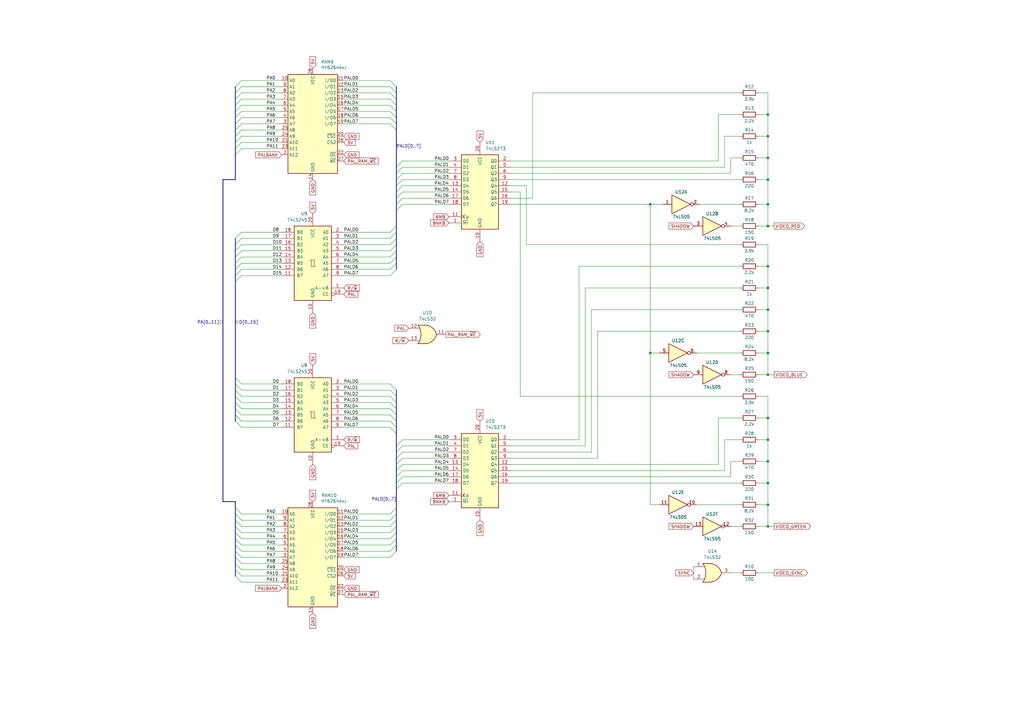
<source format=kicad_sch>
(kicad_sch (version 20250114) (generator "eeschema") (generator_version "9.0")
  (paper "A3")
  (title_block (title "NEO-MVH MV1FZS") (date "2025-10-13") (comment 1 "Not official schematic from SNK") (comment 2 "Use at your own discretion"))
  (lib_symbols
    (symbol "74xx:74LS05" (pin_names (offset 1.016))
      (property "Reference" "U" (at 0 1.27 0))
      (property "Value" "74LS05" (at 0 -1.27 0))
      (symbol "74LS05_1_0"
        (polyline (pts (xy -3.81 3.81) (xy -3.81 -3.81) (xy 3.81 0) (xy -3.81 3.81)) (stroke (width 0.254)) (fill (type background)))
        (pin input line (at -7.62 0 0) (length 3.81) (name "~") (number "1"))
        (pin open_collector inverted (at 7.62 0 180) (length 3.81) (name "~") (number "2"))
      )
      (symbol "74LS05_2_0"
        (polyline (pts (xy -3.81 3.81) (xy -3.81 -3.81) (xy 3.81 0) (xy -3.81 3.81)) (stroke (width 0.254)) (fill (type background)))
        (pin input line (at -7.62 0 0) (length 3.81) (name "~") (number "3"))
        (pin open_collector inverted (at 7.62 0 180) (length 3.81) (name "~") (number "4"))
      )
      (symbol "74LS05_3_0"
        (polyline (pts (xy -3.81 3.81) (xy -3.81 -3.81) (xy 3.81 0) (xy -3.81 3.81)) (stroke (width 0.254)) (fill (type background)))
        (pin input line (at -7.62 0 0) (length 3.81) (name "~") (number "5"))
        (pin open_collector inverted (at 7.62 0 180) (length 3.81) (name "~") (number "6"))
      )
      (symbol "74LS05_4_0"
        (polyline (pts (xy -3.81 3.81) (xy -3.81 -3.81) (xy 3.81 0) (xy -3.81 3.81)) (stroke (width 0.254)) (fill (type background)))
        (pin input line (at -7.62 0 0) (length 3.81) (name "~") (number "9"))
        (pin open_collector inverted (at 7.62 0 180) (length 3.81) (name "~") (number "8"))
      )
      (symbol "74LS05_5_0"
        (polyline (pts (xy -3.81 3.81) (xy -3.81 -3.81) (xy 3.81 0) (xy -3.81 3.81)) (stroke (width 0.254)) (fill (type background)))
        (pin input line (at -7.62 0 0) (length 3.81) (name "~") (number "11"))
        (pin open_collector inverted (at 7.62 0 180) (length 3.81) (name "~") (number "10"))
      )
      (symbol "74LS05_6_0"
        (polyline (pts (xy -3.81 3.81) (xy -3.81 -3.81) (xy 3.81 0) (xy -3.81 3.81)) (stroke (width 0.254)) (fill (type background)))
        (pin input line (at -7.62 0 0) (length 3.81) (name "~") (number "13"))
        (pin open_collector inverted (at 7.62 0 180) (length 3.81) (name "~") (number "12"))
      )
      (symbol "74LS05_7_0"
        (pin power_in line (at 0 12.7 270) (length 5.08) (name "VCC") (number "14"))
        (pin power_in line (at 0 -12.7 90) (length 5.08) (name "GND") (number "7"))
      )
      (symbol "74LS05_7_1"
        (rectangle (start -5.08 7.62) (end 5.08 -7.62) (stroke (width 0.254)) (fill (type background)))
      )
    )
    (symbol "74xx:74LS245" (pin_names (offset 1.016))
      (property "Reference" "U" (at -7.62 16.51 0))
      (property "Value" "74LS245" (at -7.62 -16.51 0))
      (symbol "74LS245_1_0"
        (polyline (pts (xy -1.27 -1.27) (xy 0.635 -1.27) (xy 0.635 1.27) (xy 1.27 1.27)))
        (polyline (pts (xy -0.635 -1.27) (xy -0.635 1.27) (xy 0.635 1.27)))
        (pin tri_state line (at -12.7 12.7 0) (length 5.08) (name "A0") (number "2"))
        (pin tri_state line (at -12.7 10.16 0) (length 5.08) (name "A1") (number "3"))
        (pin tri_state line (at -12.7 7.62 0) (length 5.08) (name "A2") (number "4"))
        (pin tri_state line (at -12.7 5.08 0) (length 5.08) (name "A3") (number "5"))
        (pin tri_state line (at -12.7 2.54 0) (length 5.08) (name "A4") (number "6"))
        (pin tri_state line (at -12.7 0 0) (length 5.08) (name "A5") (number "7"))
        (pin tri_state line (at -12.7 -2.54 0) (length 5.08) (name "A6") (number "8"))
        (pin tri_state line (at -12.7 -5.08 0) (length 5.08) (name "A7") (number "9"))
        (pin input line (at -12.7 -10.16 0) (length 5.08) (name "A->B") (number "1"))
        (pin input inverted (at -12.7 -12.7 0) (length 5.08) (name "CE") (number "19"))
        (pin power_in line (at 0 20.32 270) (length 5.08) (name "VCC") (number "20"))
        (pin power_in line (at 0 -20.32 90) (length 5.08) (name "GND") (number "10"))
        (pin tri_state line (at 12.7 12.7 180) (length 5.08) (name "B0") (number "18"))
        (pin tri_state line (at 12.7 10.16 180) (length 5.08) (name "B1") (number "17"))
        (pin tri_state line (at 12.7 7.62 180) (length 5.08) (name "B2") (number "16"))
        (pin tri_state line (at 12.7 5.08 180) (length 5.08) (name "B3") (number "15"))
        (pin tri_state line (at 12.7 2.54 180) (length 5.08) (name "B4") (number "14"))
        (pin tri_state line (at 12.7 0 180) (length 5.08) (name "B5") (number "13"))
        (pin tri_state line (at 12.7 -2.54 180) (length 5.08) (name "B6") (number "12"))
        (pin tri_state line (at 12.7 -5.08 180) (length 5.08) (name "B7") (number "11"))
      )
      (symbol "74LS245_1_1"
        (rectangle (start -7.62 15.24) (end 7.62 -15.24) (stroke (width 0.254)) (fill (type background)))
      )
    )
    (symbol "74xx:74LS273"
      (property "Reference" "U" (at -7.62 16.51 0))
      (property "Value" "74LS273" (at -7.62 -16.51 0))
      (symbol "74LS273_1_0"
        (pin input line (at -12.7 12.7 0) (length 5.08) (name "D0") (number "3"))
        (pin input line (at -12.7 10.16 0) (length 5.08) (name "D1") (number "4"))
        (pin input line (at -12.7 7.62 0) (length 5.08) (name "D2") (number "7"))
        (pin input line (at -12.7 5.08 0) (length 5.08) (name "D3") (number "8"))
        (pin input line (at -12.7 2.54 0) (length 5.08) (name "D4") (number "13"))
        (pin input line (at -12.7 0 0) (length 5.08) (name "D5") (number "14"))
        (pin input line (at -12.7 -2.54 0) (length 5.08) (name "D6") (number "17"))
        (pin input line (at -12.7 -5.08 0) (length 5.08) (name "D7") (number "18"))
        (pin input clock (at -12.7 -10.16 0) (length 5.08) (name "Cp") (number "11"))
        (pin input line (at -12.7 -12.7 0) (length 5.08) (name "~{Mr}") (number "1"))
        (pin power_in line (at 0 20.32 270) (length 5.08) (name "VCC") (number "20"))
        (pin power_in line (at 0 -20.32 90) (length 5.08) (name "GND") (number "10"))
        (pin output line (at 12.7 12.7 180) (length 5.08) (name "Q0") (number "2"))
        (pin output line (at 12.7 10.16 180) (length 5.08) (name "Q1") (number "5"))
        (pin output line (at 12.7 7.62 180) (length 5.08) (name "Q2") (number "6"))
        (pin output line (at 12.7 5.08 180) (length 5.08) (name "Q3") (number "9"))
        (pin output line (at 12.7 2.54 180) (length 5.08) (name "Q4") (number "12"))
        (pin output line (at 12.7 0 180) (length 5.08) (name "Q5") (number "15"))
        (pin output line (at 12.7 -2.54 180) (length 5.08) (name "Q6") (number "16"))
        (pin output line (at 12.7 -5.08 180) (length 5.08) (name "Q7") (number "19"))
      )
      (symbol "74LS273_1_1"
        (rectangle (start -7.62 15.24) (end 7.62 -15.24) (stroke (width 0.254)) (fill (type background)))
      )
    )
    (symbol "74xx:74LS32" (pin_names (offset 1.016))
      (property "Reference" "U" (at 0 1.27 0))
      (property "Value" "74LS32" (at 0 -1.27 0))
      (symbol "74LS32_1_1"
        (arc (start -3.81 3.81) (mid -2.589 0) (end -3.81 -3.81) (stroke (width 0.254)))
        (polyline (pts (xy -3.81 3.81) (xy -0.635 3.81)) (stroke (width 0.254)) (fill (type background)))
        (polyline (pts (xy -3.81 -3.81) (xy -0.635 -3.81)) (stroke (width 0.254)) (fill (type background)))
        (arc (start 3.81 0) (mid 2.1855 -2.584) (end -0.6096 -3.81) (stroke (width 0.254)) (fill (type background)))
        (arc (start -0.6096 3.81) (mid 2.1928 2.5924) (end 3.81 0) (stroke (width 0.254)) (fill (type background)))
        (polyline (pts (xy -0.635 3.81) (xy -3.81 3.81) (xy -3.81 3.81) (xy -3.556 3.4036) (xy -3.0226 2.2606) (xy -2.6924 1.0414) (xy -2.6162 -0.254) (xy -2.7686 -1.4986) (xy -3.175 -2.7178) (xy -3.81 -3.81) (xy -3.81 -3.81) (xy -0.635 -3.81)) (stroke (width -25.4)) (fill (type background)))
        (pin input line (at -7.62 2.54 0) (length 4.318) (name "~") (number "1"))
        (pin input line (at -7.62 -2.54 0) (length 4.318) (name "~") (number "2"))
        (pin output line (at 7.62 0 180) (length 3.81) (name "~") (number "3"))
      )
      (symbol "74LS32_1_2"
        (arc (start 0 3.81) (mid 3.7934 0) (end 0 -3.81) (stroke (width 0.254)) (fill (type background)))
        (polyline (pts (xy 0 3.81) (xy -3.81 3.81) (xy -3.81 -3.81) (xy 0 -3.81)) (stroke (width 0.254)) (fill (type background)))
        (pin input inverted (at -7.62 2.54 0) (length 3.81) (name "~") (number "1"))
        (pin input inverted (at -7.62 -2.54 0) (length 3.81) (name "~") (number "2"))
        (pin output inverted (at 7.62 0 180) (length 3.81) (name "~") (number "3"))
      )
      (symbol "74LS32_2_1"
        (arc (start -3.81 3.81) (mid -2.589 0) (end -3.81 -3.81) (stroke (width 0.254)))
        (polyline (pts (xy -3.81 3.81) (xy -0.635 3.81)) (stroke (width 0.254)) (fill (type background)))
        (polyline (pts (xy -3.81 -3.81) (xy -0.635 -3.81)) (stroke (width 0.254)) (fill (type background)))
        (arc (start 3.81 0) (mid 2.1855 -2.584) (end -0.6096 -3.81) (stroke (width 0.254)) (fill (type background)))
        (arc (start -0.6096 3.81) (mid 2.1928 2.5924) (end 3.81 0) (stroke (width 0.254)) (fill (type background)))
        (polyline (pts (xy -0.635 3.81) (xy -3.81 3.81) (xy -3.81 3.81) (xy -3.556 3.4036) (xy -3.0226 2.2606) (xy -2.6924 1.0414) (xy -2.6162 -0.254) (xy -2.7686 -1.4986) (xy -3.175 -2.7178) (xy -3.81 -3.81) (xy -3.81 -3.81) (xy -0.635 -3.81)) (stroke (width -25.4)) (fill (type background)))
        (pin input line (at -7.62 2.54 0) (length 4.318) (name "~") (number "4"))
        (pin input line (at -7.62 -2.54 0) (length 4.318) (name "~") (number "5"))
        (pin output line (at 7.62 0 180) (length 3.81) (name "~") (number "6"))
      )
      (symbol "74LS32_2_2"
        (arc (start 0 3.81) (mid 3.7934 0) (end 0 -3.81) (stroke (width 0.254)) (fill (type background)))
        (polyline (pts (xy 0 3.81) (xy -3.81 3.81) (xy -3.81 -3.81) (xy 0 -3.81)) (stroke (width 0.254)) (fill (type background)))
        (pin input inverted (at -7.62 2.54 0) (length 3.81) (name "~") (number "4"))
        (pin input inverted (at -7.62 -2.54 0) (length 3.81) (name "~") (number "5"))
        (pin output inverted (at 7.62 0 180) (length 3.81) (name "~") (number "6"))
      )
      (symbol "74LS32_3_1"
        (arc (start -3.81 3.81) (mid -2.589 0) (end -3.81 -3.81) (stroke (width 0.254)))
        (polyline (pts (xy -3.81 3.81) (xy -0.635 3.81)) (stroke (width 0.254)) (fill (type background)))
        (polyline (pts (xy -3.81 -3.81) (xy -0.635 -3.81)) (stroke (width 0.254)) (fill (type background)))
        (arc (start 3.81 0) (mid 2.1855 -2.584) (end -0.6096 -3.81) (stroke (width 0.254)) (fill (type background)))
        (arc (start -0.6096 3.81) (mid 2.1928 2.5924) (end 3.81 0) (stroke (width 0.254)) (fill (type background)))
        (polyline (pts (xy -0.635 3.81) (xy -3.81 3.81) (xy -3.81 3.81) (xy -3.556 3.4036) (xy -3.0226 2.2606) (xy -2.6924 1.0414) (xy -2.6162 -0.254) (xy -2.7686 -1.4986) (xy -3.175 -2.7178) (xy -3.81 -3.81) (xy -3.81 -3.81) (xy -0.635 -3.81)) (stroke (width -25.4)) (fill (type background)))
        (pin input line (at -7.62 2.54 0) (length 4.318) (name "~") (number "9"))
        (pin input line (at -7.62 -2.54 0) (length 4.318) (name "~") (number "10"))
        (pin output line (at 7.62 0 180) (length 3.81) (name "~") (number "8"))
      )
      (symbol "74LS32_3_2"
        (arc (start 0 3.81) (mid 3.7934 0) (end 0 -3.81) (stroke (width 0.254)) (fill (type background)))
        (polyline (pts (xy 0 3.81) (xy -3.81 3.81) (xy -3.81 -3.81) (xy 0 -3.81)) (stroke (width 0.254)) (fill (type background)))
        (pin input inverted (at -7.62 2.54 0) (length 3.81) (name "~") (number "9"))
        (pin input inverted (at -7.62 -2.54 0) (length 3.81) (name "~") (number "10"))
        (pin output inverted (at 7.62 0 180) (length 3.81) (name "~") (number "8"))
      )
      (symbol "74LS32_4_1"
        (arc (start -3.81 3.81) (mid -2.589 0) (end -3.81 -3.81) (stroke (width 0.254)))
        (polyline (pts (xy -3.81 3.81) (xy -0.635 3.81)) (stroke (width 0.254)) (fill (type background)))
        (polyline (pts (xy -3.81 -3.81) (xy -0.635 -3.81)) (stroke (width 0.254)) (fill (type background)))
        (arc (start 3.81 0) (mid 2.1855 -2.584) (end -0.6096 -3.81) (stroke (width 0.254)) (fill (type background)))
        (arc (start -0.6096 3.81) (mid 2.1928 2.5924) (end 3.81 0) (stroke (width 0.254)) (fill (type background)))
        (polyline (pts (xy -0.635 3.81) (xy -3.81 3.81) (xy -3.81 3.81) (xy -3.556 3.4036) (xy -3.0226 2.2606) (xy -2.6924 1.0414) (xy -2.6162 -0.254) (xy -2.7686 -1.4986) (xy -3.175 -2.7178) (xy -3.81 -3.81) (xy -3.81 -3.81) (xy -0.635 -3.81)) (stroke (width -25.4)) (fill (type background)))
        (pin input line (at -7.62 2.54 0) (length 4.318) (name "~") (number "12"))
        (pin input line (at -7.62 -2.54 0) (length 4.318) (name "~") (number "13"))
        (pin output line (at 7.62 0 180) (length 3.81) (name "~") (number "11"))
      )
      (symbol "74LS32_4_2"
        (arc (start 0 3.81) (mid 3.7934 0) (end 0 -3.81) (stroke (width 0.254)) (fill (type background)))
        (polyline (pts (xy 0 3.81) (xy -3.81 3.81) (xy -3.81 -3.81) (xy 0 -3.81)) (stroke (width 0.254)) (fill (type background)))
        (pin input inverted (at -7.62 2.54 0) (length 3.81) (name "~") (number "12"))
        (pin input inverted (at -7.62 -2.54 0) (length 3.81) (name "~") (number "13"))
        (pin output inverted (at 7.62 0 180) (length 3.81) (name "~") (number "11"))
      )
      (symbol "74LS32_5_0"
        (pin power_in line (at 0 12.7 270) (length 5.08) (name "VCC") (number "14"))
        (pin power_in line (at 0 -12.7 90) (length 5.08) (name "GND") (number "7"))
      )
      (symbol "74LS32_5_1"
        (rectangle (start -5.08 7.62) (end 5.08 -7.62) (stroke (width 0.254)) (fill (type background)))
      )
    )
    (symbol "Device:R" (pin_numbers (hide yes)) (pin_names (offset 0))
      (property "Reference" "R" (at 2.032 0 90))
      (property "Value" "R" (at 0 0 90))
      (symbol "R_0_1"
        (rectangle (start -1.016 -2.54) (end 1.016 2.54) (stroke (width 0.254)))
      )
      (symbol "R_1_1"
        (pin passive line (at 0 3.81 270) (length 1.27) (name "~") (number "1"))
        (pin passive line (at 0 -3.81 90) (length 1.27) (name "~") (number "2"))
      )
    )
    (symbol "Memory_RAM:HY6264AxJ"
      (property "Reference" "U" (at -10.16 20.955 0))
      (property "Value" "HY6264AxJ" (at 2.54 20.955 0))
      (symbol "HY6264AxJ_0_0"
        (pin power_in line (at 0 22.86 270) (length 2.54) (name "VCC") (number "28"))
        (pin power_in line (at 0 -22.86 90) (length 2.54) (name "GND") (number "14"))
      )
      (symbol "HY6264AxJ_0_1"
        (rectangle (start -10.16 20.32) (end 10.16 -20.32) (stroke (width 0.254)) (fill (type background)))
      )
      (symbol "HY6264AxJ_1_1"
        (pin input line (at -12.7 17.78 0) (length 2.54) (name "A0") (number "10"))
        (pin input line (at -12.7 15.24 0) (length 2.54) (name "A1") (number "9"))
        (pin input line (at -12.7 12.7 0) (length 2.54) (name "A2") (number "8"))
        (pin input line (at -12.7 10.16 0) (length 2.54) (name "A3") (number "7"))
        (pin input line (at -12.7 7.62 0) (length 2.54) (name "A4") (number "6"))
        (pin input line (at -12.7 5.08 0) (length 2.54) (name "A5") (number "5"))
        (pin input line (at -12.7 2.54 0) (length 2.54) (name "A6") (number "4"))
        (pin input line (at -12.7 0 0) (length 2.54) (name "A7") (number "3"))
        (pin input line (at -12.7 -2.54 0) (length 2.54) (name "A8") (number "25"))
        (pin input line (at -12.7 -5.08 0) (length 2.54) (name "A9") (number "24"))
        (pin input line (at -12.7 -7.62 0) (length 2.54) (name "A10") (number "21"))
        (pin input line (at -12.7 -10.16 0) (length 2.54) (name "A11") (number "23"))
        (pin input line (at -12.7 -12.7 0) (length 2.54) (name "A12") (number "2"))
        (pin no_connect line (at 0 0 0) (length 2.54) (hide yes) (name "NC") (number "1"))
        (pin tri_state line (at 12.7 17.78 180) (length 2.54) (name "I/O0") (number "11"))
        (pin tri_state line (at 12.7 15.24 180) (length 2.54) (name "I/O1") (number "12"))
        (pin tri_state line (at 12.7 12.7 180) (length 2.54) (name "I/O2") (number "13"))
        (pin tri_state line (at 12.7 10.16 180) (length 2.54) (name "I/O3") (number "15"))
        (pin tri_state line (at 12.7 7.62 180) (length 2.54) (name "I/O4") (number "16"))
        (pin tri_state line (at 12.7 5.08 180) (length 2.54) (name "I/O5") (number "17"))
        (pin tri_state line (at 12.7 2.54 180) (length 2.54) (name "I/O6") (number "18"))
        (pin tri_state line (at 12.7 0 180) (length 2.54) (name "I/O7") (number "19"))
        (pin input line (at 12.7 -5.08 180) (length 2.54) (name "~{CS1}") (number "20"))
        (pin input line (at 12.7 -7.62 180) (length 2.54) (name "CS2") (number "26"))
        (pin input line (at 12.7 -12.7 180) (length 2.54) (name "~{OE}") (number "22"))
        (pin input line (at 12.7 -15.24 180) (length 2.54) (name "~{WE}") (number "27"))
      )
    )
  )
  (junction (at 314.96 55.88))
  (junction (at 314.96 153.67))
  (junction (at 314.96 180.34))
  (junction (at 314.96 118.11))
  (junction (at 266.7 144.78))
  (junction (at 314.96 83.82))
  (junction (at 314.96 144.78))
  (junction (at 314.96 109.22))
  (junction (at 314.96 189.23))
  (junction (at 314.96 198.12))
  (junction (at 314.96 127))
  (junction (at 314.96 73.66))
  (junction (at 314.96 215.9))
  (junction (at 266.7 83.82))
  (junction (at 314.96 64.77))
  (junction (at 314.96 135.89))
  (junction (at 314.96 171.45))
  (junction (at 314.96 207.01))
  (junction (at 314.96 92.71))
  (junction (at 314.96 46.99))
  (bus_entry (at 162.56 38.1) (size -2.54 -2.54))
  (bus_entry (at 96.52 115.57) (size 2.54 -2.54))
  (bus_entry (at 160.02 226.06) (size 2.54 -2.54))
  (bus_entry (at 162.56 86.36) (size 2.54 -2.54))
  (bus_entry (at 96.52 107.95) (size 2.54 -2.54))
  (bus_entry (at 162.56 172.72) (size -2.54 -2.54))
  (bus_entry (at 99.06 55.88) (size -2.54 2.54))
  (bus_entry (at 162.56 81.28) (size 2.54 -2.54))
  (bus_entry (at 99.06 35.56) (size -2.54 2.54))
  (bus_entry (at 162.56 200.66) (size 2.54 -2.54))
  (bus_entry (at 162.56 43.18) (size -2.54 -2.54))
  (bus_entry (at 96.52 228.6) (size 2.54 2.54))
  (bus_entry (at 162.56 50.8) (size -2.54 -2.54))
  (bus_entry (at 99.06 33.02) (size -2.54 2.54))
  (bus_entry (at 96.52 102.87) (size 2.54 -2.54))
  (bus_entry (at 96.52 233.68) (size 2.54 2.54))
  (bus_entry (at 99.06 48.26) (size -2.54 2.54))
  (bus_entry (at 99.06 60.96) (size -2.54 2.54))
  (bus_entry (at 160.02 210.82) (size 2.54 -2.54))
  (bus_entry (at 160.02 110.49) (size 2.54 -2.54))
  (bus_entry (at 160.02 95.25) (size 2.54 -2.54))
  (bus_entry (at 99.06 53.34) (size -2.54 2.54))
  (bus_entry (at 96.52 154.94) (size 2.54 2.54))
  (bus_entry (at 160.02 223.52) (size 2.54 -2.54))
  (bus_entry (at 162.56 185.42) (size 2.54 -2.54))
  (bus_entry (at 160.02 105.41) (size 2.54 -2.54))
  (bus_entry (at 160.02 107.95) (size 2.54 -2.54))
  (bus_entry (at 162.56 195.58) (size 2.54 -2.54))
  (bus_entry (at 162.56 170.18) (size -2.54 -2.54))
  (bus_entry (at 160.02 102.87) (size 2.54 -2.54))
  (bus_entry (at 96.52 170.18) (size 2.54 2.54))
  (bus_entry (at 160.02 215.9) (size 2.54 -2.54))
  (bus_entry (at 96.52 110.49) (size 2.54 -2.54))
  (bus_entry (at 162.56 177.8) (size -2.54 -2.54))
  (bus_entry (at 99.06 50.8) (size -2.54 2.54))
  (bus_entry (at 162.56 35.56) (size -2.54 -2.54))
  (bus_entry (at 96.52 97.79) (size 2.54 -2.54))
  (bus_entry (at 162.56 68.58) (size 2.54 -2.54))
  (bus_entry (at 96.52 208.28) (size 2.54 2.54))
  (bus_entry (at 162.56 48.26) (size -2.54 -2.54))
  (bus_entry (at 160.02 97.79) (size 2.54 -2.54))
  (bus_entry (at 96.52 165.1) (size 2.54 2.54))
  (bus_entry (at 160.02 113.03) (size 2.54 -2.54))
  (bus_entry (at 96.52 167.64) (size 2.54 2.54))
  (bus_entry (at 160.02 228.6) (size 2.54 -2.54))
  (bus_entry (at 160.02 100.33) (size 2.54 -2.54))
  (bus_entry (at 96.52 105.41) (size 2.54 -2.54))
  (bus_entry (at 96.52 236.22) (size 2.54 2.54))
  (bus_entry (at 99.06 38.1) (size -2.54 2.54))
  (bus_entry (at 162.56 190.5) (size 2.54 -2.54))
  (bus_entry (at 162.56 40.64) (size -2.54 -2.54))
  (bus_entry (at 160.02 218.44) (size 2.54 -2.54))
  (bus_entry (at 162.56 53.34) (size -2.54 -2.54))
  (bus_entry (at 96.52 157.48) (size 2.54 2.54))
  (bus_entry (at 99.06 45.72) (size -2.54 2.54))
  (bus_entry (at 96.52 218.44) (size 2.54 2.54))
  (bus_entry (at 162.56 198.12) (size 2.54 -2.54))
  (bus_entry (at 96.52 213.36) (size 2.54 2.54))
  (bus_entry (at 96.52 160.02) (size 2.54 2.54))
  (bus_entry (at 96.52 100.33) (size 2.54 -2.54))
  (bus_entry (at 162.56 182.88) (size 2.54 -2.54))
  (bus_entry (at 160.02 220.98) (size 2.54 -2.54))
  (bus_entry (at 162.56 73.66) (size 2.54 -2.54))
  (bus_entry (at 96.52 215.9) (size 2.54 2.54))
  (bus_entry (at 162.56 165.1) (size -2.54 -2.54))
  (bus_entry (at 162.56 175.26) (size -2.54 -2.54))
  (bus_entry (at 162.56 78.74) (size 2.54 -2.54))
  (bus_entry (at 96.52 223.52) (size 2.54 2.54))
  (bus_entry (at 160.02 213.36) (size 2.54 -2.54))
  (bus_entry (at 96.52 172.72) (size 2.54 2.54))
  (bus_entry (at 96.52 220.98) (size 2.54 2.54))
  (bus_entry (at 162.56 45.72) (size -2.54 -2.54))
  (bus_entry (at 96.52 231.14) (size 2.54 2.54))
  (bus_entry (at 162.56 71.12) (size 2.54 -2.54))
  (bus_entry (at 96.52 113.03) (size 2.54 -2.54))
  (bus_entry (at 96.52 226.06) (size 2.54 2.54))
  (bus_entry (at 162.56 187.96) (size 2.54 -2.54))
  (bus_entry (at 162.56 193.04) (size 2.54 -2.54))
  (bus_entry (at 162.56 83.82) (size 2.54 -2.54))
  (bus_entry (at 162.56 76.2) (size 2.54 -2.54))
  (bus_entry (at 162.56 162.56) (size -2.54 -2.54))
  (bus_entry (at 162.56 160.02) (size -2.54 -2.54))
  (bus_entry (at 99.06 43.18) (size -2.54 2.54))
  (bus_entry (at 96.52 210.82) (size 2.54 2.54))
  (bus_entry (at 96.52 162.56) (size 2.54 2.54))
  (bus_entry (at 99.06 58.42) (size -2.54 2.54))
  (bus_entry (at 99.06 40.64) (size -2.54 2.54))
  (bus_entry (at 162.56 167.64) (size -2.54 -2.54))
  (wire (pts (xy 314.96 109.22) (xy 311.15 109.22)))
  (wire (pts (xy 314.96 127) (xy 311.15 127)))
  (bus (pts (xy 162.56 210.82) (xy 162.56 208.28)))
  (wire (pts (xy 184.15 195.58) (xy 165.1 195.58)))
  (wire (pts (xy 209.55 83.82) (xy 266.7 83.82)))
  (wire (pts (xy 314.96 64.77) (xy 314.96 55.88)))
  (bus (pts (xy 96.52 40.64) (xy 96.52 43.18)))
  (bus (pts (xy 162.56 92.71) (xy 162.56 95.25)))
  (bus (pts (xy 96.52 162.56) (xy 96.52 165.1)))
  (bus (pts (xy 96.52 113.03) (xy 96.52 115.57)))
  (bus (pts (xy 96.52 233.68) (xy 96.52 236.22)))
  (wire (pts (xy 99.06 175.26) (xy 115.57 175.26)))
  (wire (pts (xy 99.06 218.44) (xy 115.57 218.44)))
  (wire (pts (xy 99.06 215.9) (xy 115.57 215.9)))
  (wire (pts (xy 99.06 233.68) (xy 115.57 233.68)))
  (bus (pts (xy 96.52 48.26) (xy 96.52 50.8)))
  (wire (pts (xy 215.9 100.33) (xy 303.53 100.33)))
  (wire (pts (xy 240.03 182.88) (xy 240.03 118.11)))
  (wire (pts (xy 184.15 185.42) (xy 165.1 185.42)))
  (wire (pts (xy 303.53 83.82) (xy 287.02 83.82)))
  (wire (pts (xy 314.96 55.88) (xy 311.15 55.88)))
  (bus (pts (xy 162.56 165.1) (xy 162.56 162.56)))
  (bus (pts (xy 162.56 213.36) (xy 162.56 210.82)))
  (wire (pts (xy 99.06 210.82) (xy 115.57 210.82)))
  (bus (pts (xy 162.56 172.72) (xy 162.56 170.18)))
  (wire (pts (xy 213.36 162.56) (xy 303.53 162.56)))
  (wire (pts (xy 140.97 172.72) (xy 160.02 172.72)))
  (wire (pts (xy 140.97 48.26) (xy 160.02 48.26)))
  (wire (pts (xy 184.15 66.04) (xy 165.1 66.04)))
  (wire (pts (xy 314.96 127) (xy 314.96 118.11)))
  (wire (pts (xy 240.03 118.11) (xy 303.53 118.11)))
  (wire (pts (xy 209.55 187.96) (xy 245.11 187.96)))
  (wire (pts (xy 284.48 232.41) (xy 284.48 237.49)))
  (wire (pts (xy 140.97 113.03) (xy 160.02 113.03)))
  (wire (pts (xy 209.55 193.04) (xy 297.18 193.04)))
  (wire (pts (xy 99.06 162.56) (xy 115.57 162.56)))
  (wire (pts (xy 99.06 110.49) (xy 115.57 110.49)))
  (wire (pts (xy 140.97 223.52) (xy 160.02 223.52)))
  (bus (pts (xy 162.56 40.64) (xy 162.56 43.18)))
  (bus (pts (xy 96.52 50.8) (xy 96.52 53.34)))
  (wire (pts (xy 99.06 38.1) (xy 115.57 38.1)))
  (wire (pts (xy 184.15 68.58) (xy 165.1 68.58)))
  (bus (pts (xy 162.56 76.2) (xy 162.56 78.74)))
  (bus (pts (xy 96.52 53.34) (xy 96.52 55.88)))
  (wire (pts (xy 311.15 234.95) (xy 317.5 234.95)))
  (bus (pts (xy 96.52 115.57) (xy 96.52 154.94)))
  (wire (pts (xy 266.7 144.78) (xy 270.51 144.78)))
  (wire (pts (xy 314.96 207.01) (xy 314.96 215.9)))
  (wire (pts (xy 299.72 234.95) (xy 303.53 234.95)))
  (wire (pts (xy 314.96 144.78) (xy 314.96 135.89)))
  (wire (pts (xy 237.49 109.22) (xy 303.53 109.22)))
  (wire (pts (xy 99.06 172.72) (xy 115.57 172.72)))
  (wire (pts (xy 140.97 167.64) (xy 160.02 167.64)))
  (bus (pts (xy 162.56 195.58) (xy 162.56 193.04)))
  (wire (pts (xy 314.96 153.67) (xy 311.15 153.67)))
  (bus (pts (xy 96.52 213.36) (xy 96.52 215.9)))
  (wire (pts (xy 184.15 180.34) (xy 165.1 180.34)))
  (wire (pts (xy 314.96 180.34) (xy 311.15 180.34)))
  (wire (pts (xy 140.97 220.98) (xy 160.02 220.98)))
  (wire (pts (xy 314.96 180.34) (xy 314.96 171.45)))
  (bus (pts (xy 162.56 35.56) (xy 162.56 38.1)))
  (wire (pts (xy 314.96 73.66) (xy 314.96 64.77)))
  (wire (pts (xy 99.06 236.22) (xy 115.57 236.22)))
  (bus (pts (xy 96.52 58.42) (xy 96.52 60.96)))
  (wire (pts (xy 297.18 68.58) (xy 297.18 55.88)))
  (bus (pts (xy 162.56 43.18) (xy 162.56 45.72)))
  (bus (pts (xy 96.52 218.44) (xy 96.52 220.98)))
  (wire (pts (xy 140.97 228.6) (xy 160.02 228.6)))
  (bus (pts (xy 162.56 182.88) (xy 162.56 177.8)))
  (wire (pts (xy 303.53 153.67) (xy 299.72 153.67)))
  (wire (pts (xy 140.97 105.41) (xy 160.02 105.41)))
  (wire (pts (xy 140.97 102.87) (xy 160.02 102.87)))
  (bus (pts (xy 96.52 154.94) (xy 96.52 157.48)))
  (bus (pts (xy 96.52 55.88) (xy 96.52 58.42)))
  (wire (pts (xy 140.97 35.56) (xy 160.02 35.56)))
  (bus (pts (xy 96.52 45.72) (xy 96.52 48.26)))
  (wire (pts (xy 209.55 182.88) (xy 240.03 182.88)))
  (wire (pts (xy 209.55 78.74) (xy 213.36 78.74)))
  (wire (pts (xy 99.06 50.8) (xy 115.57 50.8)))
  (wire (pts (xy 99.06 165.1) (xy 115.57 165.1)))
  (wire (pts (xy 297.18 193.04) (xy 297.18 180.34)))
  (bus (pts (xy 96.52 205.74) (xy 96.52 208.28)))
  (wire (pts (xy 209.55 71.12) (xy 299.72 71.12)))
  (bus (pts (xy 96.52 110.49) (xy 96.52 113.03)))
  (wire (pts (xy 99.06 113.03) (xy 115.57 113.03)))
  (wire (pts (xy 209.55 195.58) (xy 299.72 195.58)))
  (wire (pts (xy 99.06 231.14) (xy 115.57 231.14)))
  (bus (pts (xy 91.44 205.74) (xy 96.52 205.74)))
  (wire (pts (xy 140.97 38.1) (xy 160.02 38.1)))
  (bus (pts (xy 162.56 102.87) (xy 162.56 105.41)))
  (wire (pts (xy 140.97 95.25) (xy 160.02 95.25)))
  (wire (pts (xy 209.55 190.5) (xy 294.64 190.5)))
  (bus (pts (xy 162.56 185.42) (xy 162.56 182.88)))
  (wire (pts (xy 294.64 46.99) (xy 303.53 46.99)))
  (bus (pts (xy 162.56 53.34) (xy 162.56 68.58)))
  (bus (pts (xy 162.56 48.26) (xy 162.56 50.8)))
  (wire (pts (xy 99.06 97.79) (xy 115.57 97.79)))
  (wire (pts (xy 140.97 226.06) (xy 160.02 226.06)))
  (bus (pts (xy 96.52 107.95) (xy 96.52 110.49)))
  (wire (pts (xy 184.15 81.28) (xy 165.1 81.28)))
  (bus (pts (xy 162.56 175.26) (xy 162.56 172.72)))
  (bus (pts (xy 96.52 170.18) (xy 96.52 172.72)))
  (wire (pts (xy 299.72 71.12) (xy 299.72 64.77)))
  (wire (pts (xy 99.06 228.6) (xy 115.57 228.6)))
  (wire (pts (xy 140.97 162.56) (xy 160.02 162.56)))
  (bus (pts (xy 162.56 78.74) (xy 162.56 81.28)))
  (wire (pts (xy 314.96 198.12) (xy 311.15 198.12)))
  (wire (pts (xy 99.06 220.98) (xy 115.57 220.98)))
  (bus (pts (xy 162.56 105.41) (xy 162.56 107.95)))
  (wire (pts (xy 266.7 144.78) (xy 266.7 207.01)))
  (bus (pts (xy 162.56 218.44) (xy 162.56 215.9)))
  (bus (pts (xy 96.52 38.1) (xy 96.52 40.64)))
  (bus (pts (xy 162.56 200.66) (xy 162.56 198.12)))
  (bus (pts (xy 162.56 73.66) (xy 162.56 76.2)))
  (wire (pts (xy 209.55 68.58) (xy 297.18 68.58)))
  (wire (pts (xy 99.06 170.18) (xy 115.57 170.18)))
  (bus (pts (xy 162.56 170.18) (xy 162.56 167.64)))
  (wire (pts (xy 140.97 107.95) (xy 160.02 107.95)))
  (wire (pts (xy 99.06 167.64) (xy 115.57 167.64)))
  (bus (pts (xy 96.52 157.48) (xy 96.52 160.02)))
  (bus (pts (xy 96.52 210.82) (xy 96.52 213.36)))
  (bus (pts (xy 162.56 226.06) (xy 162.56 223.52)))
  (bus (pts (xy 162.56 198.12) (xy 162.56 195.58)))
  (bus (pts (xy 96.52 223.52) (xy 96.52 226.06)))
  (bus (pts (xy 96.52 165.1) (xy 96.52 167.64)))
  (wire (pts (xy 140.97 218.44) (xy 160.02 218.44)))
  (wire (pts (xy 184.15 190.5) (xy 165.1 190.5)))
  (wire (pts (xy 209.55 185.42) (xy 242.57 185.42)))
  (wire (pts (xy 213.36 78.74) (xy 213.36 162.56)))
  (wire (pts (xy 140.97 160.02) (xy 160.02 160.02)))
  (wire (pts (xy 99.06 213.36) (xy 115.57 213.36)))
  (bus (pts (xy 96.52 43.18) (xy 96.52 45.72)))
  (wire (pts (xy 314.96 189.23) (xy 314.96 180.34)))
  (wire (pts (xy 218.44 38.1) (xy 303.53 38.1)))
  (wire (pts (xy 314.96 171.45) (xy 314.96 162.56)))
  (wire (pts (xy 99.06 107.95) (xy 115.57 107.95)))
  (wire (pts (xy 140.97 110.49) (xy 160.02 110.49)))
  (wire (pts (xy 209.55 76.2) (xy 215.9 76.2)))
  (bus (pts (xy 162.56 71.12) (xy 162.56 73.66)))
  (wire (pts (xy 314.96 171.45) (xy 311.15 171.45)))
  (wire (pts (xy 209.55 81.28) (xy 218.44 81.28)))
  (wire (pts (xy 99.06 223.52) (xy 115.57 223.52)))
  (wire (pts (xy 140.97 175.26) (xy 160.02 175.26)))
  (wire (pts (xy 99.06 226.06) (xy 115.57 226.06)))
  (wire (pts (xy 184.15 187.96) (xy 165.1 187.96)))
  (wire (pts (xy 314.96 38.1) (xy 311.15 38.1)))
  (wire (pts (xy 184.15 76.2) (xy 165.1 76.2)))
  (wire (pts (xy 245.11 187.96) (xy 245.11 135.89)))
  (wire (pts (xy 209.55 198.12) (xy 303.53 198.12)))
  (bus (pts (xy 162.56 187.96) (xy 162.56 185.42)))
  (wire (pts (xy 99.06 238.76) (xy 115.57 238.76)))
  (wire (pts (xy 314.96 153.67) (xy 317.5 153.67)))
  (bus (pts (xy 96.52 208.28) (xy 96.52 210.82)))
  (wire (pts (xy 314.96 162.56) (xy 311.15 162.56)))
  (wire (pts (xy 140.97 157.48) (xy 160.02 157.48)))
  (wire (pts (xy 140.97 210.82) (xy 160.02 210.82)))
  (wire (pts (xy 303.53 92.71) (xy 299.72 92.71)))
  (wire (pts (xy 314.96 118.11) (xy 311.15 118.11)))
  (wire (pts (xy 140.97 33.02) (xy 160.02 33.02)))
  (wire (pts (xy 314.96 64.77) (xy 311.15 64.77)))
  (wire (pts (xy 266.7 83.82) (xy 271.78 83.82)))
  (wire (pts (xy 237.49 180.34) (xy 237.49 109.22)))
  (wire (pts (xy 242.57 185.42) (xy 242.57 127)))
  (wire (pts (xy 314.96 46.99) (xy 311.15 46.99)))
  (wire (pts (xy 99.06 102.87) (xy 115.57 102.87)))
  (wire (pts (xy 140.97 213.36) (xy 160.02 213.36)))
  (wire (pts (xy 209.55 180.34) (xy 237.49 180.34)))
  (wire (pts (xy 314.96 118.11) (xy 314.96 109.22)))
  (wire (pts (xy 314.96 198.12) (xy 314.96 189.23)))
  (wire (pts (xy 314.96 144.78) (xy 314.96 153.67)))
  (bus (pts (xy 162.56 218.44) (xy 162.56 220.98)))
  (bus (pts (xy 96.52 167.64) (xy 96.52 170.18)))
  (bus (pts (xy 162.56 100.33) (xy 162.56 102.87)))
  (bus (pts (xy 162.56 167.64) (xy 162.56 165.1)))
  (bus (pts (xy 162.56 193.04) (xy 162.56 190.5)))
  (bus (pts (xy 96.52 63.5) (xy 96.52 73.66)))
  (wire (pts (xy 99.06 157.48) (xy 115.57 157.48)))
  (wire (pts (xy 303.53 207.01) (xy 285.75 207.01)))
  (wire (pts (xy 184.15 73.66) (xy 165.1 73.66)))
  (bus (pts (xy 162.56 177.8) (xy 162.56 175.26)))
  (wire (pts (xy 314.96 144.78) (xy 311.15 144.78)))
  (wire (pts (xy 314.96 109.22) (xy 314.96 100.33)))
  (wire (pts (xy 140.97 50.8) (xy 160.02 50.8)))
  (wire (pts (xy 99.06 105.41) (xy 115.57 105.41)))
  (wire (pts (xy 314.96 189.23) (xy 311.15 189.23)))
  (wire (pts (xy 317.5 92.71) (xy 314.96 92.71)))
  (bus (pts (xy 162.56 86.36) (xy 162.56 92.71)))
  (wire (pts (xy 99.06 55.88) (xy 115.57 55.88)))
  (bus (pts (xy 96.52 100.33) (xy 96.52 102.87)))
  (wire (pts (xy 311.15 83.82) (xy 314.96 83.82)))
  (bus (pts (xy 96.52 97.79) (xy 96.52 100.33)))
  (bus (pts (xy 162.56 160.02) (xy 162.56 162.56)))
  (bus (pts (xy 96.52 228.6) (xy 96.52 231.14)))
  (wire (pts (xy 140.97 43.18) (xy 160.02 43.18)))
  (wire (pts (xy 140.97 97.79) (xy 160.02 97.79)))
  (bus (pts (xy 96.52 231.14) (xy 96.52 233.68)))
  (wire (pts (xy 270.51 207.01) (xy 266.7 207.01)))
  (wire (pts (xy 314.96 83.82) (xy 314.96 92.71)))
  (bus (pts (xy 162.56 97.79) (xy 162.56 100.33)))
  (wire (pts (xy 215.9 76.2) (xy 215.9 100.33)))
  (wire (pts (xy 99.06 160.02) (xy 115.57 160.02)))
  (wire (pts (xy 314.96 55.88) (xy 314.96 46.99)))
  (wire (pts (xy 266.7 83.82) (xy 266.7 144.78)))
  (wire (pts (xy 140.97 40.64) (xy 160.02 40.64)))
  (wire (pts (xy 314.96 207.01) (xy 311.15 207.01)))
  (wire (pts (xy 99.06 60.96) (xy 115.57 60.96)))
  (wire (pts (xy 297.18 55.88) (xy 303.53 55.88)))
  (wire (pts (xy 314.96 215.9) (xy 311.15 215.9)))
  (bus (pts (xy 162.56 68.58) (xy 162.56 71.12)))
  (wire (pts (xy 140.97 165.1) (xy 160.02 165.1)))
  (wire (pts (xy 140.97 100.33) (xy 160.02 100.33)))
  (wire (pts (xy 140.97 215.9) (xy 160.02 215.9)))
  (bus (pts (xy 162.56 95.25) (xy 162.56 97.79)))
  (wire (pts (xy 99.06 48.26) (xy 115.57 48.26)))
  (bus (pts (xy 162.56 45.72) (xy 162.56 48.26)))
  (wire (pts (xy 184.15 71.12) (xy 165.1 71.12)))
  (wire (pts (xy 314.96 100.33) (xy 311.15 100.33)))
  (bus (pts (xy 96.52 35.56) (xy 96.52 38.1)))
  (bus (pts (xy 162.56 81.28) (xy 162.56 83.82)))
  (wire (pts (xy 314.96 135.89) (xy 314.96 127)))
  (wire (pts (xy 99.06 45.72) (xy 115.57 45.72)))
  (wire (pts (xy 99.06 95.25) (xy 115.57 95.25)))
  (bus (pts (xy 162.56 107.95) (xy 162.56 110.49)))
  (bus (pts (xy 162.56 38.1) (xy 162.56 40.64)))
  (wire (pts (xy 184.15 78.74) (xy 165.1 78.74)))
  (bus (pts (xy 162.56 83.82) (xy 162.56 86.36)))
  (bus (pts (xy 162.56 50.8) (xy 162.56 53.34)))
  (bus (pts (xy 91.44 73.66) (xy 96.52 73.66)))
  (wire (pts (xy 299.72 189.23) (xy 303.53 189.23)))
  (bus (pts (xy 162.56 215.9) (xy 162.56 213.36)))
  (wire (pts (xy 314.96 135.89) (xy 311.15 135.89)))
  (wire (pts (xy 314.96 207.01) (xy 314.96 198.12)))
  (wire (pts (xy 299.72 64.77) (xy 303.53 64.77)))
  (bus (pts (xy 96.52 160.02) (xy 96.52 162.56)))
  (wire (pts (xy 294.64 171.45) (xy 303.53 171.45)))
  (wire (pts (xy 218.44 81.28) (xy 218.44 38.1)))
  (wire (pts (xy 299.72 195.58) (xy 299.72 189.23)))
  (bus (pts (xy 162.56 208.28) (xy 162.56 200.66)))
  (wire (pts (xy 303.53 144.78) (xy 285.75 144.78)))
  (wire (pts (xy 99.06 58.42) (xy 115.57 58.42)))
  (wire (pts (xy 184.15 83.82) (xy 165.1 83.82)))
  (wire (pts (xy 242.57 127) (xy 303.53 127)))
  (wire (pts (xy 209.55 73.66) (xy 303.53 73.66)))
  (bus (pts (xy 162.56 223.52) (xy 162.56 220.98)))
  (wire (pts (xy 294.64 190.5) (xy 294.64 171.45)))
  (bus (pts (xy 96.52 220.98) (xy 96.52 223.52)))
  (wire (pts (xy 314.96 92.71) (xy 311.15 92.71)))
  (wire (pts (xy 314.96 73.66) (xy 311.15 73.66)))
  (wire (pts (xy 184.15 193.04) (xy 165.1 193.04)))
  (wire (pts (xy 314.96 83.82) (xy 314.96 73.66)))
  (wire (pts (xy 297.18 180.34) (xy 303.53 180.34)))
  (bus (pts (xy 162.56 190.5) (xy 162.56 187.96)))
  (bus (pts (xy 96.52 60.96) (xy 96.52 63.5)))
  (wire (pts (xy 99.06 35.56) (xy 115.57 35.56)))
  (wire (pts (xy 184.15 198.12) (xy 165.1 198.12)))
  (bus (pts (xy 96.52 102.87) (xy 96.52 105.41)))
  (wire (pts (xy 99.06 53.34) (xy 115.57 53.34)))
  (wire (pts (xy 209.55 66.04) (xy 294.64 66.04)))
  (wire (pts (xy 184.15 182.88) (xy 165.1 182.88)))
  (bus (pts (xy 96.52 105.41) (xy 96.52 107.95)))
  (wire (pts (xy 303.53 215.9) (xy 299.72 215.9)))
  (wire (pts (xy 99.06 43.18) (xy 115.57 43.18)))
  (bus (pts (xy 91.44 73.66) (xy 91.44 205.74)))
  (wire (pts (xy 294.64 66.04) (xy 294.64 46.99)))
  (wire (pts (xy 99.06 40.64) (xy 115.57 40.64)))
  (wire (pts (xy 245.11 135.89) (xy 303.53 135.89)))
  (wire (pts (xy 99.06 100.33) (xy 115.57 100.33)))
  (wire (pts (xy 140.97 45.72) (xy 160.02 45.72)))
  (wire (pts (xy 99.06 33.02) (xy 115.57 33.02)))
  (wire (pts (xy 314.96 46.99) (xy 314.96 38.1)))
  (wire (pts (xy 140.97 170.18) (xy 160.02 170.18)))
  (bus (pts (xy 96.52 215.9) (xy 96.52 218.44)))
  (bus (pts (xy 96.52 226.06) (xy 96.52 228.6)))
  (wire (pts (xy 314.96 215.9) (xy 317.5 215.9)))
  (label "PALD0" (at 140.97 210.82 0))
  (label "PA9" (at 109.22 233.68 0))
  (label "PALD2" (at 140.97 38.1 0))
  (label "PA1" (at 109.22 213.36 0))
  (label "PALD5" (at 184.15 78.74 180))
  (label "D4" (at 111.76 167.64 0))
  (label "PALD3" (at 184.15 73.66 180))
  (label "PA4" (at 109.22 220.98 0))
  (label "D9" (at 111.76 97.79 0))
  (label "PALD7" (at 140.97 50.8 0))
  (label "PA2" (at 109.22 215.9 0))
  (label "PALD6" (at 140.97 226.06 0))
  (label "PA10" (at 109.22 236.22 0))
  (label "PALD2" (at 140.97 215.9 0))
  (label "PA8" (at 109.22 231.14 0))
  (label "PALD0" (at 184.15 66.04 180))
  (label "D3" (at 111.76 165.1 0))
  (label "PALD7" (at 140.97 113.03 0))
  (label "PALD4" (at 140.97 43.18 0))
  (label "D14" (at 111.76 110.49 0))
  (label "D15" (at 111.76 113.03 0))
  (label "PALD1" (at 140.97 160.02 0))
  (label "PA5" (at 109.22 223.52 0))
  (label "PALD7" (at 140.97 175.26 0))
  (label "PALD4" (at 140.97 105.41 0))
  (label "D0" (at 111.76 157.48 0))
  (label "PALD2" (at 184.15 71.12 180))
  (label "D1" (at 111.76 160.02 0))
  (label "PALD[0..7]" (at 162.56 205.74 180))
  (label "PALD3" (at 140.97 218.44 0))
  (label "D6" (at 111.76 172.72 0))
  (label "D7" (at 111.76 175.26 0))
  (label "PALD0" (at 140.97 95.25 0))
  (label "D2" (at 111.76 162.56 0))
  (label "PA7" (at 109.22 228.6 0))
  (label "PALD6" (at 184.15 195.58 180))
  (label "PALD1" (at 184.15 182.88 180))
  (label "PA0" (at 109.22 33.02 0))
  (label "PALD3" (at 140.97 102.87 0))
  (label "PA11" (at 109.22 60.96 0))
  (label "PA8" (at 109.22 53.34 0))
  (label "PA2" (at 109.22 38.1 0))
  (label "PALD3" (at 184.15 187.96 180))
  (label "PALD6" (at 140.97 48.26 0))
  (label "PA11" (at 109.22 238.76 0))
  (label "PA6" (at 109.22 48.26 0))
  (label "PALD6" (at 140.97 110.49 0))
  (label "PA1" (at 109.22 35.56 0))
  (label "PALD5" (at 140.97 223.52 0))
  (label "PALD0" (at 184.15 180.34 180))
  (label "PA3" (at 109.22 40.64 0))
  (label "PALD1" (at 140.97 97.79 0))
  (label "PALD7" (at 184.15 83.82 180))
  (label "PALD1" (at 140.97 213.36 0))
  (label "D11" (at 111.76 102.87 0))
  (label "PA10" (at 109.22 58.42 0))
  (label "D10" (at 111.76 100.33 0))
  (label "PA5" (at 109.22 45.72 0))
  (label "PALD0" (at 140.97 33.02 0))
  (label "PA4" (at 109.22 43.18 0))
  (label "PALD4" (at 184.15 76.2 180))
  (label "PA0" (at 109.22 210.82 0))
  (label "PA6" (at 109.22 226.06 0))
  (label "PA9" (at 109.22 55.88 0))
  (label "PALD6" (at 140.97 172.72 0))
  (label "D13" (at 111.76 107.95 0))
  (label "PALD1" (at 140.97 35.56 0))
  (label "PALD2" (at 140.97 162.56 0))
  (label "PA3" (at 109.22 218.44 0))
  (label "PALD5" (at 140.97 107.95 0))
  (label "PALD6" (at 184.15 81.28 180))
  (label "PALD2" (at 184.15 185.42 180))
  (label "D12" (at 111.76 105.41 0))
  (label "PALD4" (at 140.97 167.64 0))
  (label "PALD[0..7]" (at 162.56 60.96 0))
  (label "D5" (at 111.76 170.18 0))
  (label "PA7" (at 109.22 50.8 0))
  (label "PALD7" (at 140.97 228.6 0))
  (label "PALD5" (at 140.97 45.72 0))
  (label "PALD7" (at 184.15 198.12 180))
  (label "D8" (at 111.76 95.25 0))
  (label "PALD4" (at 140.97 220.98 0))
  (label "PALD5" (at 184.15 193.04 180))
  (label "PALD3" (at 140.97 165.1 0))
  (label "PALD4" (at 184.15 190.5 180))
  (label "PALD0" (at 140.97 157.48 0))
  (label "PALD1" (at 184.15 68.58 180))
  (label "PALD5" (at 140.97 170.18 0))
  (label "PALD2" (at 140.97 100.33 0))
  (label "PALD3" (at 140.97 40.64 0))
  (global_label "VIDEO_RED" (shape output) (at 317.5 92.71 0) (property "Intersheetrefs" "${INTERSHEET_REFS}" (effects (hide yes))))
  (global_label "PAL" (shape input) (at 167.64 134.62 180) (property "Intersheetrefs" "${INTERSHEET_REFS}" (effects (hide yes))))
  (global_label "GND" (shape input) (at 196.85 213.36 270) (property "Intersheetrefs" "${INTERSHEET_REFS}" (effects (hide yes))))
  (global_label "SYNC" (shape input) (at 284.48 234.95 180) (property "Intersheetrefs" "${INTERSHEET_REFS}" (effects (hide yes))))
  (global_label "SHADOW" (shape input) (at 284.48 92.71 180) (property "Intersheetrefs" "${INTERSHEET_REFS}" (effects (hide yes))))
  (global_label "R{slash}~{W}" (shape input) (at 167.64 139.7 180) (property "Intersheetrefs" "${INTERSHEET_REFS}" (effects (hide yes))))
  (global_label "SHADOW" (shape input) (at 284.48 153.67 180) (property "Intersheetrefs" "${INTERSHEET_REFS}" (effects (hide yes))))
  (global_label "PAL_RAM_~{WE}" (shape input) (at 140.97 66.04 0) (property "Intersheetrefs" "${INTERSHEET_REFS}" (effects (hide yes))))
  (global_label "5V" (shape input) (at 140.97 58.42 0) (property "Intersheetrefs" "${INTERSHEET_REFS}" (effects (hide yes))))
  (global_label "GND" (shape input) (at 140.97 55.88 0) (property "Intersheetrefs" "${INTERSHEET_REFS}" (effects (hide yes))))
  (global_label "6MB" (shape input) (at 184.15 88.9 180) (property "Intersheetrefs" "${INTERSHEET_REFS}" (effects (hide yes))))
  (global_label "5V" (shape input) (at 128.27 149.86 90) (property "Intersheetrefs" "${INTERSHEET_REFS}" (effects (hide yes))))
  (global_label "PAL_RAM_~{WE}" (shape input) (at 140.97 243.84 0) (property "Intersheetrefs" "${INTERSHEET_REFS}" (effects (hide yes))))
  (global_label "PAL" (shape input) (at 140.97 182.88 0) (property "Intersheetrefs" "${INTERSHEET_REFS}" (effects (hide yes))))
  (global_label "BNKB" (shape input) (at 184.15 205.74 180) (property "Intersheetrefs" "${INTERSHEET_REFS}" (effects (hide yes))))
  (global_label "VIDEO_GREEN" (shape output) (at 317.5 215.9 0) (property "Intersheetrefs" "${INTERSHEET_REFS}" (effects (hide yes))))
  (global_label "GND" (shape input) (at 128.27 128.27 270) (property "Intersheetrefs" "${INTERSHEET_REFS}" (effects (hide yes))))
  (global_label "GND" (shape input) (at 128.27 190.5 270) (property "Intersheetrefs" "${INTERSHEET_REFS}" (effects (hide yes))))
  (global_label "5V" (shape input) (at 196.85 58.42 90) (property "Intersheetrefs" "${INTERSHEET_REFS}" (effects (hide yes))))
  (global_label "BNKB" (shape input) (at 184.15 91.44 180) (property "Intersheetrefs" "${INTERSHEET_REFS}" (effects (hide yes))))
  (global_label "PALBANK" (shape input) (at 115.57 241.3 180) (property "Intersheetrefs" "${INTERSHEET_REFS}" (effects (hide yes))))
  (global_label "GND" (shape input) (at 140.97 63.5 0) (property "Intersheetrefs" "${INTERSHEET_REFS}" (effects (hide yes))))
  (global_label "5V" (shape input) (at 128.27 27.94 90) (property "Intersheetrefs" "${INTERSHEET_REFS}" (effects (hide yes))))
  (global_label "SHADOW" (shape input) (at 284.48 215.9 180) (property "Intersheetrefs" "${INTERSHEET_REFS}" (effects (hide yes))))
  (global_label "5V" (shape input) (at 196.85 172.72 90) (property "Intersheetrefs" "${INTERSHEET_REFS}" (effects (hide yes))))
  (global_label "PALBANK" (shape input) (at 115.57 63.5 180) (property "Intersheetrefs" "${INTERSHEET_REFS}" (effects (hide yes))))
  (global_label "GND" (shape input) (at 140.97 233.68 0) (property "Intersheetrefs" "${INTERSHEET_REFS}" (effects (hide yes))))
  (global_label "GND" (shape input) (at 140.97 241.3 0) (property "Intersheetrefs" "${INTERSHEET_REFS}" (effects (hide yes))))
  (global_label "GND" (shape input) (at 196.85 99.06 270) (property "Intersheetrefs" "${INTERSHEET_REFS}" (effects (hide yes))))
  (global_label "GND" (shape input) (at 128.27 73.66 270) (property "Intersheetrefs" "${INTERSHEET_REFS}" (effects (hide yes))))
  (global_label "VIDEO_BLUE" (shape output) (at 317.5 153.67 0) (property "Intersheetrefs" "${INTERSHEET_REFS}" (effects (hide yes))))
  (global_label "5V" (shape input) (at 128.27 87.63 90) (property "Intersheetrefs" "${INTERSHEET_REFS}" (effects (hide yes))))
  (global_label "R{slash}~{W}" (shape input) (at 140.97 180.34 0) (property "Intersheetrefs" "${INTERSHEET_REFS}" (effects (hide yes))))
  (global_label "GND" (shape input) (at 128.27 251.46 270) (property "Intersheetrefs" "${INTERSHEET_REFS}" (effects (hide yes))))
  (global_label "R{slash}~{W}" (shape input) (at 140.97 118.11 0) (property "Intersheetrefs" "${INTERSHEET_REFS}" (effects (hide yes))))
  (global_label "PAL" (shape input) (at 140.97 120.65 0) (property "Intersheetrefs" "${INTERSHEET_REFS}" (effects (hide yes))))
  (global_label "6MB" (shape input) (at 184.15 203.2 180) (property "Intersheetrefs" "${INTERSHEET_REFS}" (effects (hide yes))))
  (global_label "VIDEO_SYNC" (shape output) (at 317.5 234.95 0) (property "Intersheetrefs" "${INTERSHEET_REFS}" (effects (hide yes))))
  (global_label "PAL_RAM_~{WE}" (shape output) (at 182.88 137.16 0) (property "Intersheetrefs" "${INTERSHEET_REFS}" (effects (hide yes))))
  (global_label "5V" (shape input) (at 140.97 236.22 0) (property "Intersheetrefs" "${INTERSHEET_REFS}" (effects (hide yes))))
  (global_label "5V" (shape input) (at 128.27 205.74 90) (property "Intersheetrefs" "${INTERSHEET_REFS}" (effects (hide yes))))
  (hierarchical_label "PA[0..11]" (shape input) (at 91.44 132.08 180))
  (hierarchical_label "D[0..15]" (shape bidirectional) (at 96.52 132.08 0))
  (symbol (lib_id "Device:R") (at 307.34 234.95 90) (unit 1)
    (property "Reference" "R10" (at 307.34 232.41 90))
    (property "Value" "100" (at 307.34 237.49 90))
    (property "Description" "Resistor" (effects (hide yes)))
  )
  (symbol (lib_id "Device:R") (at 307.34 153.67 90) (unit 1)
    (property "Reference" "R25" (at 307.34 151.13 90))
    (property "Value" "150" (at 307.34 156.21 90))
    (property "Description" "Resistor" (effects (hide yes)))
  )
  (symbol (lib_id "Device:R") (at 307.34 100.33 90) (unit 1)
    (property "Reference" "R19" (at 307.34 97.79 90))
    (property "Value" "3.9k" (at 307.34 102.87 90))
    (property "Description" "Resistor" (effects (hide yes)))
  )
  (symbol (lib_id "Device:R") (at 307.34 198.12 90) (unit 1)
    (property "Reference" "R30" (at 307.34 195.58 90))
    (property "Value" "220" (at 307.34 200.66 90))
    (property "Description" "Resistor" (effects (hide yes)))
  )
  (symbol (lib_id "74xx:74LS245") (at 128.27 107.95 0) (mirror y) (unit 1)
    (property "Reference" "U9" (at 126.1267 87.63 0) (effects (justify left)))
    (property "Value" "74LS245" (at 126.1267 90.17 0) (effects (justify left)))
    (property "Datasheet" "http://www.ti.com/lit/gpn/sn74LS245" (effects (hide yes)))
    (property "Description" "Octal BUS Transceivers, 3-State outputs" (effects (hide yes)))
  )
  (symbol (lib_id "Device:R") (at 307.34 38.1 90) (unit 1)
    (property "Reference" "R12" (at 307.34 35.56 90))
    (property "Value" "3.9k" (at 307.34 40.64 90))
    (property "Description" "Resistor" (effects (hide yes)))
  )
  (symbol (lib_id "Device:R") (at 307.34 180.34 90) (unit 1)
    (property "Reference" "R28" (at 307.34 177.8 90))
    (property "Value" "1k" (at 307.34 182.88 90))
    (property "Description" "Resistor" (effects (hide yes)))
  )
  (symbol (lib_id "Device:R") (at 307.34 135.89 90) (unit 1)
    (property "Reference" "R23" (at 307.34 133.35 90))
    (property "Value" "220" (at 307.34 138.43 90))
    (property "Description" "Resistor" (effects (hide yes)))
  )
  (symbol (lib_id "Device:R") (at 307.34 207.01 90) (unit 1)
    (property "Reference" "R31" (at 307.34 204.47 90))
    (property "Value" "8.2k" (at 307.34 209.55 90))
    (property "Description" "Resistor" (effects (hide yes)))
  )
  (symbol (lib_id "Device:R") (at 307.34 73.66 90) (unit 1)
    (property "Reference" "R16" (at 307.34 71.12 90))
    (property "Value" "220" (at 307.34 76.2 90))
    (property "Description" "Resistor" (effects (hide yes)))
  )
  (symbol (lib_id "Device:R") (at 307.34 109.22 90) (unit 1)
    (property "Reference" "R20" (at 307.34 106.68 90))
    (property "Value" "2.2k" (at 307.34 111.76 90))
    (property "Description" "Resistor" (effects (hide yes)))
  )
  (symbol (lib_id "74xx:74LS05") (at 292.1 215.9 0) (unit 6)
    (property "Reference" "U12" (at 292.1 210.82 0))
    (property "Value" "74LS05" (at 292.1 220.98 0))
    (property "Datasheet" "http://www.ti.com/lit/gpn/sn74LS05" (effects (hide yes)))
    (property "Description" "Inverter Open Collect" (effects (hide yes)))
  )
  (symbol (lib_id "74xx:74LS32") (at 292.1 234.95 0) (unit 1)
    (property "Reference" "U1" (at 292.1 226.06 0))
    (property "Value" "74LS32" (at 292.1 228.6 0))
    (property "Datasheet" "http://www.ti.com/lit/gpn/sn74LS32" (effects (hide yes)))
    (property "Description" "Quad 2-input OR" (effects (hide yes)))
  )
  (symbol (lib_id "74xx:74LS32") (at 175.26 137.16 0) (unit 4)
    (property "Reference" "U1" (at 175.26 128.27 0))
    (property "Value" "74LS32" (at 175.26 130.81 0))
    (property "Datasheet" "http://www.ti.com/lit/gpn/sn74LS32" (effects (hide yes)))
    (property "Description" "Quad 2-input OR" (effects (hide yes)))
  )
  (symbol (lib_id "Memory_RAM:HY6264AxJ") (at 128.27 228.6 0) (unit 1)
    (property "Reference" "RAM10" (at 138.176 203.2 0) (effects (justify right)))
    (property "Value" "HY6264AxJ" (at 142.24 205.486 0) (effects (justify right)))
    (property "Footprint" "Package_SO:SOP-28_8.4x18.16mm_P1.27mm" (effects (hide yes)))
    (property "Datasheet" "https://www.farnell.com/datasheets/2159.pdf" (effects (hide yes)))
    (property "Description" "Not in Production, 8Kx8 bit Static RAM, 70/85/100/120/150ns, DIP-28" (effects (hide yes)))
  )
  (symbol (lib_id "Device:R") (at 307.34 171.45 90) (unit 1)
    (property "Reference" "R27" (at 307.34 168.91 90))
    (property "Value" "2.2k" (at 307.34 173.99 90))
    (property "Description" "Resistor" (effects (hide yes)))
  )
  (symbol (lib_id "Device:R") (at 307.34 144.78 90) (unit 1)
    (property "Reference" "R24" (at 307.34 142.24 90))
    (property "Value" "8.2k" (at 307.34 147.32 90))
    (property "Description" "Resistor" (effects (hide yes)))
  )
  (symbol (lib_id "74xx:74LS245") (at 128.27 170.18 0) (mirror y) (unit 1)
    (property "Reference" "U8" (at 126.1267 149.86 0) (effects (justify left)))
    (property "Value" "74LS245" (at 126.1267 152.4 0) (effects (justify left)))
    (property "Datasheet" "http://www.ti.com/lit/gpn/sn74LS245" (effects (hide yes)))
    (property "Description" "Octal BUS Transceivers, 3-State outputs" (effects (hide yes)))
  )
  (symbol (lib_id "Device:R") (at 307.34 83.82 90) (unit 1)
    (property "Reference" "R17" (at 307.34 81.28 90))
    (property "Value" "8.2k" (at 307.34 86.36 90))
    (property "Description" "Resistor" (effects (hide yes)))
  )
  (symbol (lib_id "74xx:74LS273") (at 196.85 78.74 0) (unit 1)
    (property "Reference" "U11" (at 198.9933 58.42 0) (effects (justify left)))
    (property "Value" "74LS273" (at 198.9933 60.96 0) (effects (justify left)))
    (property "Datasheet" "http://www.ti.com/lit/gpn/sn74LS273" (effects (hide yes)))
    (property "Description" "8-bit D Flip-Flop, reset" (effects (hide yes)))
  )
  (symbol (lib_id "74xx:74LS05") (at 292.1 92.71 0) (unit 2)
    (property "Reference" "U12" (at 292.1 87.63 0))
    (property "Value" "74LS05" (at 292.1 97.79 0))
    (property "Datasheet" "http://www.ti.com/lit/gpn/sn74LS05" (effects (hide yes)))
    (property "Description" "Inverter Open Collect" (effects (hide yes)))
  )
  (symbol (lib_id "Device:R") (at 307.34 64.77 90) (unit 1)
    (property "Reference" "R15" (at 307.34 62.23 90))
    (property "Value" "470" (at 307.34 67.31 90))
    (property "Description" "Resistor" (effects (hide yes)))
  )
  (symbol (lib_id "Device:R") (at 307.34 118.11 90) (unit 1)
    (property "Reference" "R21" (at 307.34 115.57 90))
    (property "Value" "1k" (at 307.34 120.65 90))
    (property "Description" "Resistor" (effects (hide yes)))
  )
  (symbol (lib_id "74xx:74LS05") (at 292.1 153.67 0) (unit 4)
    (property "Reference" "U12" (at 292.1 148.59 0))
    (property "Value" "74LS05" (at 292.1 158.75 0))
    (property "Datasheet" "http://www.ti.com/lit/gpn/sn74LS05" (effects (hide yes)))
    (property "Description" "Inverter Open Collect" (effects (hide yes)))
  )
  (symbol (lib_id "Device:R") (at 307.34 127 90) (unit 1)
    (property "Reference" "R22" (at 307.34 124.46 90))
    (property "Value" "470" (at 307.34 129.54 90))
    (property "Description" "Resistor" (effects (hide yes)))
  )
  (symbol (lib_id "74xx:74LS273") (at 196.85 193.04 0) (unit 1)
    (property "Reference" "U10" (at 198.9933 172.72 0) (effects (justify left)))
    (property "Value" "74LS273" (at 198.9933 175.26 0) (effects (justify left)))
    (property "Datasheet" "http://www.ti.com/lit/gpn/sn74LS273" (effects (hide yes)))
    (property "Description" "8-bit D Flip-Flop, reset" (effects (hide yes)))
  )
  (symbol (lib_id "Device:R") (at 307.34 215.9 90) (unit 1)
    (property "Reference" "R32" (at 307.34 213.36 90))
    (property "Value" "150" (at 307.34 218.44 90))
    (property "Description" "Resistor" (effects (hide yes)))
  )
  (symbol (lib_id "Memory_RAM:HY6264AxJ") (at 128.27 50.8 0) (unit 1)
    (property "Reference" "RAM9" (at 136.906 25.4 0) (effects (justify right)))
    (property "Value" "HY6264AxJ" (at 142.24 27.686 0) (effects (justify right)))
    (property "Footprint" "Package_SO:SOP-28_8.4x18.16mm_P1.27mm" (effects (hide yes)))
    (property "Datasheet" "https://www.farnell.com/datasheets/2159.pdf" (effects (hide yes)))
    (property "Description" "Not in Production, 8Kx8 bit Static RAM, 70/85/100/120/150ns, DIP-28" (effects (hide yes)))
  )
  (symbol (lib_id "Device:R") (at 307.34 162.56 90) (unit 1)
    (property "Reference" "R26" (at 307.34 160.02 90))
    (property "Value" "3.9k" (at 307.34 165.1 90))
    (property "Description" "Resistor" (effects (hide yes)))
  )
  (symbol (lib_id "Device:R") (at 307.34 189.23 90) (unit 1)
    (property "Reference" "R29" (at 307.34 186.69 90))
    (property "Value" "470" (at 307.34 191.77 90))
    (property "Description" "Resistor" (effects (hide yes)))
  )
  (symbol (lib_id "Device:R") (at 307.34 46.99 90) (unit 1)
    (property "Reference" "R13" (at 307.34 44.45 90))
    (property "Value" "2.2k" (at 307.34 49.53 90))
    (property "Description" "Resistor" (effects (hide yes)))
  )
  (symbol (lib_id "74xx:74LS05") (at 279.4 83.82 0) (unit 1)
    (property "Reference" "U12" (at 279.4 78.74 0))
    (property "Value" "74LS05" (at 279.4 88.9 0))
    (property "Datasheet" "http://www.ti.com/lit/gpn/sn74LS05" (effects (hide yes)))
    (property "Description" "Inverter Open Collect" (effects (hide yes)))
  )
  (symbol (lib_id "74xx:74LS05") (at 278.13 144.78 0) (unit 3)
    (property "Reference" "U12" (at 278.13 139.7 0))
    (property "Value" "74LS05" (at 278.13 149.86 0))
    (property "Datasheet" "http://www.ti.com/lit/gpn/sn74LS05" (effects (hide yes)))
    (property "Description" "Inverter Open Collect" (effects (hide yes)))
  )
  (symbol (lib_id "Device:R") (at 307.34 92.71 90) (unit 1)
    (property "Reference" "R18" (at 307.34 90.17 90))
    (property "Value" "150" (at 307.34 95.25 90))
    (property "Description" "Resistor" (effects (hide yes)))
  )
  (symbol (lib_id "Device:R") (at 307.34 55.88 90) (unit 1)
    (property "Reference" "R14" (at 307.34 53.34 90))
    (property "Value" "1k" (at 307.34 58.42 90))
    (property "Description" "Resistor" (effects (hide yes)))
  )
  (symbol (lib_id "74xx:74LS05") (at 278.13 207.01 0) (unit 5)
    (property "Reference" "U12" (at 278.13 201.93 0))
    (property "Value" "74LS05" (at 278.13 212.09 0))
    (property "Datasheet" "http://www.ti.com/lit/gpn/sn74LS05" (effects (hide yes)))
    (property "Description" "Inverter Open Collect" (effects (hide yes)))
  )
)
</source>
